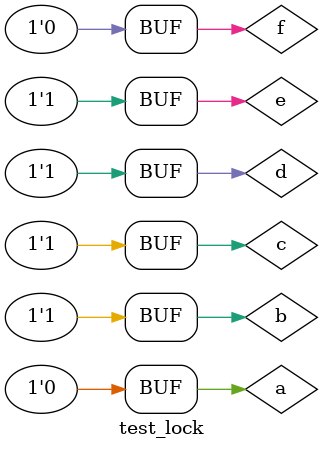
<source format=v>
`timescale 1ns / 1ps


module test_lock;

	// Inputs
	reg a;
	reg b;
	reg c;
	reg d;
	reg e;
	reg f;

	// Outputs
	wire z;

	// Instantiate the Unit Under Test (UUT)
	Lock uut (
		.a(a), 
		.b(b), 
		.c(c), 
		.d(d), 
		.e(e), 
		.f(f), 
		.z(z)
	);

	initial begin
		// Initialize Inputs
		a = 0;
		b = 0;
		c = 0;
		d = 0;
		e = 0;
		f = 0;

		// Wait 100 ns for global reset to finish
		#10;
		

		// Add stimulus here
      a = 1;
		b = 0;
		c = 1;
		d = 0;
		e = 1;
		f = 0;
		#10;
		
      a = 1;
		b = 1;
		c = 1;
		d = 0;
		e = 1;
		f = 0;
		
		#10;
		
		a = 1;
		b = 0;
		c = 1;
		d = 0;
		e = 1;
		f = 1;
		
		#10;
		
		a = 0;
		b = 1;
		c = 1;
		d = 0;
		e = 1;
		f = 0;
		#10;
		
		
		a = 0;
		b = 1;
		c = 1;
		d = 1;
		e = 1;
		f = 0;
		#10;
	end
      
endmodule


</source>
